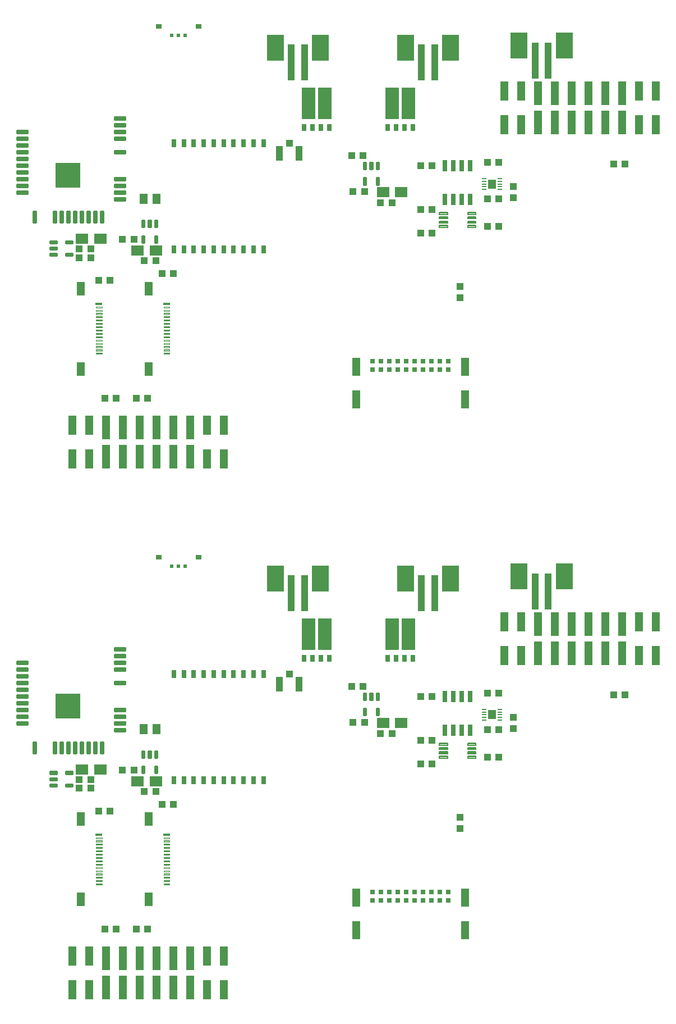
<source format=gbr>
G04 EAGLE Gerber RS-274X export*
G75*
%MOMM*%
%FSLAX34Y34*%
%LPD*%
%INSolderpaste Top*%
%IPPOS*%
%AMOC8*
5,1,8,0,0,1.08239X$1,22.5*%
G01*
%ADD10R,1.270000X3.000000*%
%ADD11R,1.270000X3.680000*%
%ADD12C,0.350000*%
%ADD13R,3.700000X3.700000*%
%ADD14R,0.635000X1.270000*%
%ADD15C,0.243678*%
%ADD16R,1.950000X1.500000*%
%ADD17R,1.050000X1.080000*%
%ADD18R,0.720000X1.780000*%
%ADD19R,1.100000X1.000000*%
%ADD20C,0.196759*%
%ADD21R,1.000000X1.100000*%
%ADD22R,0.900000X0.700000*%
%ADD23R,0.600000X0.600000*%
%ADD24R,2.082800X4.851400*%
%ADD25R,0.762000X0.990600*%
%ADD26R,1.000000X5.500000*%
%ADD27R,2.600000X4.000000*%
%ADD28C,0.120000*%
%ADD29R,1.000000X0.300000*%
%ADD30R,1.300000X2.000000*%
%ADD31R,0.800000X0.800000*%
%ADD32R,1.200000X2.700000*%
%ADD33R,0.650000X0.200000*%
%ADD34R,1.300000X1.400000*%
%ADD35R,1.050000X2.200000*%
%ADD36R,1.050000X1.000000*%
%ADD37R,1.300000X1.500000*%


D10*
X862900Y641600D03*
X888300Y641600D03*
D11*
X913700Y645000D03*
X939100Y645000D03*
X964500Y645000D03*
X989900Y645000D03*
X1015300Y645000D03*
X1040700Y645000D03*
D10*
X1066100Y641600D03*
X1091500Y641600D03*
X1091500Y692400D03*
X1066100Y692400D03*
D11*
X1040700Y689000D03*
X1015300Y689000D03*
X989900Y689000D03*
X964500Y689000D03*
X939100Y689000D03*
X913700Y689000D03*
D10*
X888300Y692400D03*
X862900Y692400D03*
X440100Y188400D03*
X414700Y188400D03*
D11*
X389300Y185000D03*
X363900Y185000D03*
X338500Y185000D03*
X313100Y185000D03*
X287700Y185000D03*
X262300Y185000D03*
D10*
X236900Y188400D03*
X211500Y188400D03*
X211500Y137600D03*
X236900Y137600D03*
D11*
X262300Y141000D03*
X287700Y141000D03*
X313100Y141000D03*
X338500Y141000D03*
X363900Y141000D03*
X389300Y141000D03*
D10*
X414700Y137600D03*
X440100Y137600D03*
D12*
X290836Y527046D02*
X275336Y527046D01*
X275336Y530546D01*
X290836Y530546D01*
X290836Y527046D01*
X290836Y530371D02*
X275336Y530371D01*
X143536Y537206D02*
X128036Y537206D01*
X128036Y540706D01*
X143536Y540706D01*
X143536Y537206D01*
X143536Y540531D02*
X128036Y540531D01*
X128036Y547366D02*
X143536Y547366D01*
X128036Y547366D02*
X128036Y550866D01*
X143536Y550866D01*
X143536Y547366D01*
X143536Y550691D02*
X128036Y550691D01*
X128036Y557526D02*
X143536Y557526D01*
X128036Y557526D02*
X128036Y561026D01*
X143536Y561026D01*
X143536Y557526D01*
X143536Y560851D02*
X128036Y560851D01*
X128036Y567686D02*
X143536Y567686D01*
X128036Y567686D02*
X128036Y571186D01*
X143536Y571186D01*
X143536Y567686D01*
X143536Y571011D02*
X128036Y571011D01*
X128036Y577846D02*
X143536Y577846D01*
X128036Y577846D02*
X128036Y581346D01*
X143536Y581346D01*
X143536Y577846D01*
X143536Y581171D02*
X128036Y581171D01*
X128036Y588006D02*
X143536Y588006D01*
X128036Y588006D02*
X128036Y591506D01*
X143536Y591506D01*
X143536Y588006D01*
X143536Y591331D02*
X128036Y591331D01*
X128036Y598166D02*
X143536Y598166D01*
X128036Y598166D02*
X128036Y601666D01*
X143536Y601666D01*
X143536Y598166D01*
X143536Y601491D02*
X128036Y601491D01*
X128036Y608326D02*
X143536Y608326D01*
X128036Y608326D02*
X128036Y611826D01*
X143536Y611826D01*
X143536Y608326D01*
X143536Y611651D02*
X128036Y611651D01*
X128036Y618486D02*
X143536Y618486D01*
X128036Y618486D02*
X128036Y621986D01*
X143536Y621986D01*
X143536Y618486D01*
X143536Y621811D02*
X128036Y621811D01*
X128036Y628646D02*
X143536Y628646D01*
X128036Y628646D02*
X128036Y632146D01*
X143536Y632146D01*
X143536Y628646D01*
X143536Y631971D02*
X128036Y631971D01*
X275336Y537206D02*
X290836Y537206D01*
X275336Y537206D02*
X275336Y540706D01*
X290836Y540706D01*
X290836Y537206D01*
X290836Y540531D02*
X275336Y540531D01*
X275336Y547366D02*
X290836Y547366D01*
X275336Y547366D02*
X275336Y550866D01*
X290836Y550866D01*
X290836Y547366D01*
X290836Y550691D02*
X275336Y550691D01*
X275336Y557526D02*
X290836Y557526D01*
X275336Y557526D02*
X275336Y561026D01*
X290836Y561026D01*
X290836Y557526D01*
X290836Y560851D02*
X275336Y560851D01*
X275336Y598166D02*
X290836Y598166D01*
X275336Y598166D02*
X275336Y601666D01*
X290836Y601666D01*
X290836Y598166D01*
X290836Y601491D02*
X275336Y601491D01*
X275336Y618486D02*
X290836Y618486D01*
X275336Y618486D02*
X275336Y621986D01*
X290836Y621986D01*
X290836Y618486D01*
X290836Y621811D02*
X275336Y621811D01*
X275336Y628646D02*
X290836Y628646D01*
X275336Y628646D02*
X275336Y632146D01*
X290836Y632146D01*
X290836Y628646D01*
X290836Y631971D02*
X275336Y631971D01*
X275336Y638806D02*
X290836Y638806D01*
X275336Y638806D02*
X275336Y642306D01*
X290836Y642306D01*
X290836Y638806D01*
X290836Y642131D02*
X275336Y642131D01*
X275336Y648966D02*
X290836Y648966D01*
X275336Y648966D02*
X275336Y652466D01*
X290836Y652466D01*
X290836Y648966D01*
X290836Y652291D02*
X275336Y652291D01*
X156536Y509846D02*
X156536Y494346D01*
X153036Y494346D01*
X153036Y509846D01*
X156536Y509846D01*
X156536Y497671D02*
X153036Y497671D01*
X153036Y500996D02*
X156536Y500996D01*
X156536Y504321D02*
X153036Y504321D01*
X153036Y507646D02*
X156536Y507646D01*
X187016Y509846D02*
X187016Y494346D01*
X183516Y494346D01*
X183516Y509846D01*
X187016Y509846D01*
X187016Y497671D02*
X183516Y497671D01*
X183516Y500996D02*
X187016Y500996D01*
X187016Y504321D02*
X183516Y504321D01*
X183516Y507646D02*
X187016Y507646D01*
X197176Y509846D02*
X197176Y494346D01*
X193676Y494346D01*
X193676Y509846D01*
X197176Y509846D01*
X197176Y497671D02*
X193676Y497671D01*
X193676Y500996D02*
X197176Y500996D01*
X197176Y504321D02*
X193676Y504321D01*
X193676Y507646D02*
X197176Y507646D01*
X207336Y509846D02*
X207336Y494346D01*
X203836Y494346D01*
X203836Y509846D01*
X207336Y509846D01*
X207336Y497671D02*
X203836Y497671D01*
X203836Y500996D02*
X207336Y500996D01*
X207336Y504321D02*
X203836Y504321D01*
X203836Y507646D02*
X207336Y507646D01*
X217496Y509846D02*
X217496Y494346D01*
X213996Y494346D01*
X213996Y509846D01*
X217496Y509846D01*
X217496Y497671D02*
X213996Y497671D01*
X213996Y500996D02*
X217496Y500996D01*
X217496Y504321D02*
X213996Y504321D01*
X213996Y507646D02*
X217496Y507646D01*
X227656Y509846D02*
X227656Y494346D01*
X224156Y494346D01*
X224156Y509846D01*
X227656Y509846D01*
X227656Y497671D02*
X224156Y497671D01*
X224156Y500996D02*
X227656Y500996D01*
X227656Y504321D02*
X224156Y504321D01*
X224156Y507646D02*
X227656Y507646D01*
X237816Y509846D02*
X237816Y494346D01*
X234316Y494346D01*
X234316Y509846D01*
X237816Y509846D01*
X237816Y497671D02*
X234316Y497671D01*
X234316Y500996D02*
X237816Y500996D01*
X237816Y504321D02*
X234316Y504321D01*
X234316Y507646D02*
X237816Y507646D01*
X247976Y509846D02*
X247976Y494346D01*
X244476Y494346D01*
X244476Y509846D01*
X247976Y509846D01*
X247976Y497671D02*
X244476Y497671D01*
X244476Y500996D02*
X247976Y500996D01*
X247976Y504321D02*
X244476Y504321D01*
X244476Y507646D02*
X247976Y507646D01*
X258136Y509846D02*
X258136Y494346D01*
X254636Y494346D01*
X254636Y509846D01*
X258136Y509846D01*
X258136Y497671D02*
X254636Y497671D01*
X254636Y500996D02*
X258136Y500996D01*
X258136Y504321D02*
X254636Y504321D01*
X254636Y507646D02*
X258136Y507646D01*
D13*
X204586Y564796D03*
D14*
X364512Y453260D03*
X379512Y453260D03*
X394512Y453260D03*
X409512Y453260D03*
X424512Y453260D03*
X439512Y453260D03*
X454512Y453260D03*
X469512Y453260D03*
X484512Y453260D03*
X499512Y453260D03*
X499512Y613260D03*
X484512Y613260D03*
X469512Y613260D03*
X454512Y613260D03*
X439512Y613260D03*
X424512Y613260D03*
X409512Y613260D03*
X394512Y613260D03*
X379512Y613260D03*
X364512Y613260D03*
D15*
X335256Y497577D02*
X335256Y487395D01*
X335256Y497577D02*
X338912Y497577D01*
X338912Y487395D01*
X335256Y487395D01*
X335256Y489710D02*
X338912Y489710D01*
X338912Y492025D02*
X335256Y492025D01*
X335256Y494340D02*
X338912Y494340D01*
X338912Y496655D02*
X335256Y496655D01*
X325756Y497577D02*
X325756Y487395D01*
X325756Y497577D02*
X329412Y497577D01*
X329412Y487395D01*
X325756Y487395D01*
X325756Y489710D02*
X329412Y489710D01*
X329412Y492025D02*
X325756Y492025D01*
X325756Y494340D02*
X329412Y494340D01*
X329412Y496655D02*
X325756Y496655D01*
X316256Y497577D02*
X316256Y487395D01*
X316256Y497577D02*
X319912Y497577D01*
X319912Y487395D01*
X316256Y487395D01*
X316256Y489710D02*
X319912Y489710D01*
X319912Y492025D02*
X316256Y492025D01*
X316256Y494340D02*
X319912Y494340D01*
X319912Y496655D02*
X316256Y496655D01*
X316256Y474077D02*
X316256Y463895D01*
X316256Y474077D02*
X319912Y474077D01*
X319912Y463895D01*
X316256Y463895D01*
X316256Y466210D02*
X319912Y466210D01*
X319912Y468525D02*
X316256Y468525D01*
X316256Y470840D02*
X319912Y470840D01*
X319912Y473155D02*
X316256Y473155D01*
X335256Y474077D02*
X335256Y463895D01*
X335256Y474077D02*
X338912Y474077D01*
X338912Y463895D01*
X335256Y463895D01*
X335256Y466210D02*
X338912Y466210D01*
X338912Y468525D02*
X335256Y468525D01*
X335256Y470840D02*
X338912Y470840D01*
X338912Y473155D02*
X335256Y473155D01*
X187777Y462768D02*
X177595Y462768D01*
X177595Y466424D01*
X187777Y466424D01*
X187777Y462768D01*
X187777Y465083D02*
X177595Y465083D01*
X177595Y453268D02*
X187777Y453268D01*
X177595Y453268D02*
X177595Y456924D01*
X187777Y456924D01*
X187777Y453268D01*
X187777Y455583D02*
X177595Y455583D01*
X177595Y443768D02*
X187777Y443768D01*
X177595Y443768D02*
X177595Y447424D01*
X187777Y447424D01*
X187777Y443768D01*
X187777Y446083D02*
X177595Y446083D01*
X201095Y443768D02*
X211277Y443768D01*
X201095Y443768D02*
X201095Y447424D01*
X211277Y447424D01*
X211277Y443768D01*
X211277Y446083D02*
X201095Y446083D01*
X201095Y462768D02*
X211277Y462768D01*
X201095Y462768D02*
X201095Y466424D01*
X211277Y466424D01*
X211277Y462768D01*
X211277Y465083D02*
X201095Y465083D01*
D16*
X225686Y469096D03*
X253186Y469096D03*
X337334Y451736D03*
X309834Y451736D03*
D17*
X221686Y441096D03*
X239186Y441096D03*
X304334Y468736D03*
X286834Y468736D03*
X221686Y454096D03*
X239186Y454096D03*
X337334Y436736D03*
X319834Y436736D03*
D18*
X773750Y528348D03*
X773750Y579212D03*
X786450Y528348D03*
X799150Y528348D03*
X786450Y579212D03*
X799150Y579212D03*
X811850Y528348D03*
X811850Y579212D03*
D19*
X737310Y477580D03*
X754310Y477580D03*
X737310Y513140D03*
X754310Y513140D03*
D20*
X765225Y506175D02*
X777375Y506175D01*
X765225Y506175D02*
X765225Y509125D01*
X777375Y509125D01*
X777375Y506175D01*
X777375Y508045D02*
X765225Y508045D01*
X765225Y499675D02*
X777375Y499675D01*
X765225Y499675D02*
X765225Y502625D01*
X777375Y502625D01*
X777375Y499675D01*
X777375Y501545D02*
X765225Y501545D01*
X765225Y493175D02*
X777375Y493175D01*
X765225Y493175D02*
X765225Y496125D01*
X777375Y496125D01*
X777375Y493175D01*
X777375Y495045D02*
X765225Y495045D01*
X765225Y486675D02*
X777375Y486675D01*
X765225Y486675D02*
X765225Y489625D01*
X777375Y489625D01*
X777375Y486675D01*
X777375Y488545D02*
X765225Y488545D01*
X808225Y486675D02*
X820375Y486675D01*
X808225Y486675D02*
X808225Y489625D01*
X820375Y489625D01*
X820375Y486675D01*
X820375Y488545D02*
X808225Y488545D01*
X808225Y493175D02*
X820375Y493175D01*
X808225Y493175D02*
X808225Y496125D01*
X820375Y496125D01*
X820375Y493175D01*
X820375Y495045D02*
X808225Y495045D01*
X808225Y499675D02*
X820375Y499675D01*
X808225Y499675D02*
X808225Y502625D01*
X820375Y502625D01*
X820375Y499675D01*
X820375Y501545D02*
X808225Y501545D01*
X808225Y506175D02*
X820375Y506175D01*
X808225Y506175D02*
X808225Y509125D01*
X820375Y509125D01*
X820375Y506175D01*
X820375Y508045D02*
X808225Y508045D01*
D19*
X837640Y487740D03*
X854640Y487740D03*
X754310Y579180D03*
X737310Y579180D03*
X837640Y584260D03*
X854640Y584260D03*
X854640Y529650D03*
X837640Y529650D03*
D21*
X876620Y548310D03*
X876620Y531310D03*
D15*
X669692Y574667D02*
X669692Y584849D01*
X673348Y584849D01*
X673348Y574667D01*
X669692Y574667D01*
X669692Y576982D02*
X673348Y576982D01*
X673348Y579297D02*
X669692Y579297D01*
X669692Y581612D02*
X673348Y581612D01*
X673348Y583927D02*
X669692Y583927D01*
X660192Y584849D02*
X660192Y574667D01*
X660192Y584849D02*
X663848Y584849D01*
X663848Y574667D01*
X660192Y574667D01*
X660192Y576982D02*
X663848Y576982D01*
X663848Y579297D02*
X660192Y579297D01*
X660192Y581612D02*
X663848Y581612D01*
X663848Y583927D02*
X660192Y583927D01*
X650692Y584849D02*
X650692Y574667D01*
X650692Y584849D02*
X654348Y584849D01*
X654348Y574667D01*
X650692Y574667D01*
X650692Y576982D02*
X654348Y576982D01*
X654348Y579297D02*
X650692Y579297D01*
X650692Y581612D02*
X654348Y581612D01*
X654348Y583927D02*
X650692Y583927D01*
X650692Y561349D02*
X650692Y551167D01*
X650692Y561349D02*
X654348Y561349D01*
X654348Y551167D01*
X650692Y551167D01*
X650692Y553482D02*
X654348Y553482D01*
X654348Y555797D02*
X650692Y555797D01*
X650692Y558112D02*
X654348Y558112D01*
X654348Y560427D02*
X650692Y560427D01*
X669692Y561349D02*
X669692Y551167D01*
X669692Y561349D02*
X673348Y561349D01*
X673348Y551167D01*
X669692Y551167D01*
X669692Y553482D02*
X673348Y553482D01*
X673348Y555797D02*
X669692Y555797D01*
X669692Y558112D02*
X673348Y558112D01*
X673348Y560427D02*
X669692Y560427D01*
D16*
X680094Y539984D03*
X707594Y539984D03*
D17*
X652346Y540364D03*
X634846Y540364D03*
X676078Y523636D03*
X693578Y523636D03*
D22*
X401436Y789176D03*
X341436Y789176D03*
D23*
X371436Y775626D03*
X381436Y775626D03*
X361436Y775626D03*
D19*
X632560Y594816D03*
X649560Y594816D03*
D24*
X567298Y673833D03*
X592190Y673833D03*
D25*
X573394Y637257D03*
X560694Y637257D03*
X586094Y637257D03*
X598794Y637257D03*
D24*
X693686Y673833D03*
X718578Y673833D03*
D25*
X699782Y637257D03*
X687082Y637257D03*
X712482Y637257D03*
X725182Y637257D03*
D26*
X757760Y735000D03*
X737760Y735000D03*
D27*
X781760Y757500D03*
X713760Y757500D03*
D26*
X561500Y735000D03*
X541500Y735000D03*
D27*
X585500Y757500D03*
X517500Y757500D03*
D28*
X246916Y337352D02*
X246916Y335552D01*
X246916Y337352D02*
X255716Y337352D01*
X255716Y335552D01*
X246916Y335552D01*
X246916Y336692D02*
X255716Y336692D01*
X246916Y332352D02*
X246916Y330552D01*
X246916Y332352D02*
X255716Y332352D01*
X255716Y330552D01*
X246916Y330552D01*
X246916Y331692D02*
X255716Y331692D01*
X246916Y340552D02*
X246916Y342352D01*
X255716Y342352D01*
X255716Y340552D01*
X246916Y340552D01*
X246916Y341692D02*
X255716Y341692D01*
X246916Y345552D02*
X246916Y347352D01*
X255716Y347352D01*
X255716Y345552D01*
X246916Y345552D01*
X246916Y346692D02*
X255716Y346692D01*
X246916Y350552D02*
X246916Y352352D01*
X255716Y352352D01*
X255716Y350552D01*
X246916Y350552D01*
X246916Y351692D02*
X255716Y351692D01*
X246916Y355552D02*
X246916Y357352D01*
X255716Y357352D01*
X255716Y355552D01*
X246916Y355552D01*
X246916Y356692D02*
X255716Y356692D01*
X246916Y360552D02*
X246916Y362352D01*
X255716Y362352D01*
X255716Y360552D01*
X246916Y360552D01*
X246916Y361692D02*
X255716Y361692D01*
X246916Y365552D02*
X246916Y367352D01*
X255716Y367352D01*
X255716Y365552D01*
X246916Y365552D01*
X246916Y366692D02*
X255716Y366692D01*
D29*
X251316Y371452D03*
D28*
X246916Y327352D02*
X246916Y325552D01*
X246916Y327352D02*
X255716Y327352D01*
X255716Y325552D01*
X246916Y325552D01*
X246916Y326692D02*
X255716Y326692D01*
X246916Y322352D02*
X246916Y320552D01*
X246916Y322352D02*
X255716Y322352D01*
X255716Y320552D01*
X246916Y320552D01*
X246916Y321692D02*
X255716Y321692D01*
X246916Y317352D02*
X246916Y315552D01*
X246916Y317352D02*
X255716Y317352D01*
X255716Y315552D01*
X246916Y315552D01*
X246916Y316692D02*
X255716Y316692D01*
X246916Y312352D02*
X246916Y310552D01*
X246916Y312352D02*
X255716Y312352D01*
X255716Y310552D01*
X246916Y310552D01*
X246916Y311692D02*
X255716Y311692D01*
X246916Y307352D02*
X246916Y305552D01*
X246916Y307352D02*
X255716Y307352D01*
X255716Y305552D01*
X246916Y305552D01*
X246916Y306692D02*
X255716Y306692D01*
X246916Y302352D02*
X246916Y300552D01*
X246916Y302352D02*
X255716Y302352D01*
X255716Y300552D01*
X246916Y300552D01*
X246916Y301692D02*
X255716Y301692D01*
X246916Y297352D02*
X246916Y295552D01*
X246916Y297352D02*
X255716Y297352D01*
X255716Y295552D01*
X246916Y295552D01*
X246916Y296692D02*
X255716Y296692D01*
D30*
X224316Y273452D03*
X224316Y394452D03*
D28*
X349024Y337352D02*
X349024Y335552D01*
X349024Y337352D02*
X357824Y337352D01*
X357824Y335552D01*
X349024Y335552D01*
X349024Y336692D02*
X357824Y336692D01*
X349024Y332352D02*
X349024Y330552D01*
X349024Y332352D02*
X357824Y332352D01*
X357824Y330552D01*
X349024Y330552D01*
X349024Y331692D02*
X357824Y331692D01*
X349024Y340552D02*
X349024Y342352D01*
X357824Y342352D01*
X357824Y340552D01*
X349024Y340552D01*
X349024Y341692D02*
X357824Y341692D01*
X349024Y345552D02*
X349024Y347352D01*
X357824Y347352D01*
X357824Y345552D01*
X349024Y345552D01*
X349024Y346692D02*
X357824Y346692D01*
X349024Y350552D02*
X349024Y352352D01*
X357824Y352352D01*
X357824Y350552D01*
X349024Y350552D01*
X349024Y351692D02*
X357824Y351692D01*
X349024Y355552D02*
X349024Y357352D01*
X357824Y357352D01*
X357824Y355552D01*
X349024Y355552D01*
X349024Y356692D02*
X357824Y356692D01*
X349024Y360552D02*
X349024Y362352D01*
X357824Y362352D01*
X357824Y360552D01*
X349024Y360552D01*
X349024Y361692D02*
X357824Y361692D01*
X349024Y365552D02*
X349024Y367352D01*
X357824Y367352D01*
X357824Y365552D01*
X349024Y365552D01*
X349024Y366692D02*
X357824Y366692D01*
D29*
X353424Y371452D03*
D28*
X349024Y327352D02*
X349024Y325552D01*
X349024Y327352D02*
X357824Y327352D01*
X357824Y325552D01*
X349024Y325552D01*
X349024Y326692D02*
X357824Y326692D01*
X349024Y322352D02*
X349024Y320552D01*
X349024Y322352D02*
X357824Y322352D01*
X357824Y320552D01*
X349024Y320552D01*
X349024Y321692D02*
X357824Y321692D01*
X349024Y317352D02*
X349024Y315552D01*
X349024Y317352D02*
X357824Y317352D01*
X357824Y315552D01*
X349024Y315552D01*
X349024Y316692D02*
X357824Y316692D01*
X349024Y312352D02*
X349024Y310552D01*
X349024Y312352D02*
X357824Y312352D01*
X357824Y310552D01*
X349024Y310552D01*
X349024Y311692D02*
X357824Y311692D01*
X349024Y307352D02*
X349024Y305552D01*
X349024Y307352D02*
X357824Y307352D01*
X357824Y305552D01*
X349024Y305552D01*
X349024Y306692D02*
X357824Y306692D01*
X349024Y302352D02*
X349024Y300552D01*
X349024Y302352D02*
X357824Y302352D01*
X357824Y300552D01*
X349024Y300552D01*
X349024Y301692D02*
X357824Y301692D01*
X349024Y297352D02*
X349024Y295552D01*
X349024Y297352D02*
X357824Y297352D01*
X357824Y295552D01*
X349024Y295552D01*
X349024Y296692D02*
X357824Y296692D01*
D30*
X326424Y273452D03*
X326424Y394452D03*
D31*
X664350Y284700D03*
X677050Y284700D03*
X689750Y284700D03*
X702450Y284700D03*
X715150Y284700D03*
X727850Y284700D03*
X740550Y284700D03*
X753250Y284700D03*
X765950Y284700D03*
X778650Y284700D03*
X778650Y272000D03*
X765950Y272000D03*
X753250Y272000D03*
X740550Y272000D03*
X727850Y272000D03*
X715150Y272000D03*
X702450Y272000D03*
X689750Y272000D03*
X677050Y272000D03*
X664350Y272000D03*
D32*
X639400Y227500D03*
X803600Y227500D03*
X803600Y276500D03*
X639400Y276500D03*
D33*
X832250Y560000D03*
X832250Y556000D03*
X832250Y552000D03*
X832250Y548000D03*
X832250Y544000D03*
X856750Y544000D03*
X856750Y548000D03*
X856750Y552000D03*
X856750Y556000D03*
X856750Y560000D03*
D34*
X844500Y552000D03*
D35*
X553250Y598000D03*
X523750Y598000D03*
D36*
X538500Y613250D03*
D37*
X319000Y530000D03*
X338000Y530000D03*
D19*
X268000Y407000D03*
X251000Y407000D03*
X364000Y417000D03*
X347000Y417000D03*
X1028000Y582000D03*
X1045000Y582000D03*
X308000Y229000D03*
X325000Y229000D03*
X277000Y229000D03*
X260000Y229000D03*
D26*
X929500Y738000D03*
X909500Y738000D03*
D27*
X953500Y760500D03*
X885500Y760500D03*
D21*
X796500Y380500D03*
X796500Y397500D03*
D10*
X862900Y1441600D03*
X888300Y1441600D03*
D11*
X913700Y1445000D03*
X939100Y1445000D03*
X964500Y1445000D03*
X989900Y1445000D03*
X1015300Y1445000D03*
X1040700Y1445000D03*
D10*
X1066100Y1441600D03*
X1091500Y1441600D03*
X1091500Y1492400D03*
X1066100Y1492400D03*
D11*
X1040700Y1489000D03*
X1015300Y1489000D03*
X989900Y1489000D03*
X964500Y1489000D03*
X939100Y1489000D03*
X913700Y1489000D03*
D10*
X888300Y1492400D03*
X862900Y1492400D03*
X440100Y988400D03*
X414700Y988400D03*
D11*
X389300Y985000D03*
X363900Y985000D03*
X338500Y985000D03*
X313100Y985000D03*
X287700Y985000D03*
X262300Y985000D03*
D10*
X236900Y988400D03*
X211500Y988400D03*
X211500Y937600D03*
X236900Y937600D03*
D11*
X262300Y941000D03*
X287700Y941000D03*
X313100Y941000D03*
X338500Y941000D03*
X363900Y941000D03*
X389300Y941000D03*
D10*
X414700Y937600D03*
X440100Y937600D03*
D12*
X290836Y1327046D02*
X275336Y1327046D01*
X275336Y1330546D01*
X290836Y1330546D01*
X290836Y1327046D01*
X290836Y1330371D02*
X275336Y1330371D01*
X143536Y1337206D02*
X128036Y1337206D01*
X128036Y1340706D01*
X143536Y1340706D01*
X143536Y1337206D01*
X143536Y1340531D02*
X128036Y1340531D01*
X128036Y1347366D02*
X143536Y1347366D01*
X128036Y1347366D02*
X128036Y1350866D01*
X143536Y1350866D01*
X143536Y1347366D01*
X143536Y1350691D02*
X128036Y1350691D01*
X128036Y1357526D02*
X143536Y1357526D01*
X128036Y1357526D02*
X128036Y1361026D01*
X143536Y1361026D01*
X143536Y1357526D01*
X143536Y1360851D02*
X128036Y1360851D01*
X128036Y1367686D02*
X143536Y1367686D01*
X128036Y1367686D02*
X128036Y1371186D01*
X143536Y1371186D01*
X143536Y1367686D01*
X143536Y1371011D02*
X128036Y1371011D01*
X128036Y1377846D02*
X143536Y1377846D01*
X128036Y1377846D02*
X128036Y1381346D01*
X143536Y1381346D01*
X143536Y1377846D01*
X143536Y1381171D02*
X128036Y1381171D01*
X128036Y1388006D02*
X143536Y1388006D01*
X128036Y1388006D02*
X128036Y1391506D01*
X143536Y1391506D01*
X143536Y1388006D01*
X143536Y1391331D02*
X128036Y1391331D01*
X128036Y1398166D02*
X143536Y1398166D01*
X128036Y1398166D02*
X128036Y1401666D01*
X143536Y1401666D01*
X143536Y1398166D01*
X143536Y1401491D02*
X128036Y1401491D01*
X128036Y1408326D02*
X143536Y1408326D01*
X128036Y1408326D02*
X128036Y1411826D01*
X143536Y1411826D01*
X143536Y1408326D01*
X143536Y1411651D02*
X128036Y1411651D01*
X128036Y1418486D02*
X143536Y1418486D01*
X128036Y1418486D02*
X128036Y1421986D01*
X143536Y1421986D01*
X143536Y1418486D01*
X143536Y1421811D02*
X128036Y1421811D01*
X128036Y1428646D02*
X143536Y1428646D01*
X128036Y1428646D02*
X128036Y1432146D01*
X143536Y1432146D01*
X143536Y1428646D01*
X143536Y1431971D02*
X128036Y1431971D01*
X275336Y1337206D02*
X290836Y1337206D01*
X275336Y1337206D02*
X275336Y1340706D01*
X290836Y1340706D01*
X290836Y1337206D01*
X290836Y1340531D02*
X275336Y1340531D01*
X275336Y1347366D02*
X290836Y1347366D01*
X275336Y1347366D02*
X275336Y1350866D01*
X290836Y1350866D01*
X290836Y1347366D01*
X290836Y1350691D02*
X275336Y1350691D01*
X275336Y1357526D02*
X290836Y1357526D01*
X275336Y1357526D02*
X275336Y1361026D01*
X290836Y1361026D01*
X290836Y1357526D01*
X290836Y1360851D02*
X275336Y1360851D01*
X275336Y1398166D02*
X290836Y1398166D01*
X275336Y1398166D02*
X275336Y1401666D01*
X290836Y1401666D01*
X290836Y1398166D01*
X290836Y1401491D02*
X275336Y1401491D01*
X275336Y1418486D02*
X290836Y1418486D01*
X275336Y1418486D02*
X275336Y1421986D01*
X290836Y1421986D01*
X290836Y1418486D01*
X290836Y1421811D02*
X275336Y1421811D01*
X275336Y1428646D02*
X290836Y1428646D01*
X275336Y1428646D02*
X275336Y1432146D01*
X290836Y1432146D01*
X290836Y1428646D01*
X290836Y1431971D02*
X275336Y1431971D01*
X275336Y1438806D02*
X290836Y1438806D01*
X275336Y1438806D02*
X275336Y1442306D01*
X290836Y1442306D01*
X290836Y1438806D01*
X290836Y1442131D02*
X275336Y1442131D01*
X275336Y1448966D02*
X290836Y1448966D01*
X275336Y1448966D02*
X275336Y1452466D01*
X290836Y1452466D01*
X290836Y1448966D01*
X290836Y1452291D02*
X275336Y1452291D01*
X156536Y1309846D02*
X156536Y1294346D01*
X153036Y1294346D01*
X153036Y1309846D01*
X156536Y1309846D01*
X156536Y1297671D02*
X153036Y1297671D01*
X153036Y1300996D02*
X156536Y1300996D01*
X156536Y1304321D02*
X153036Y1304321D01*
X153036Y1307646D02*
X156536Y1307646D01*
X187016Y1309846D02*
X187016Y1294346D01*
X183516Y1294346D01*
X183516Y1309846D01*
X187016Y1309846D01*
X187016Y1297671D02*
X183516Y1297671D01*
X183516Y1300996D02*
X187016Y1300996D01*
X187016Y1304321D02*
X183516Y1304321D01*
X183516Y1307646D02*
X187016Y1307646D01*
X197176Y1309846D02*
X197176Y1294346D01*
X193676Y1294346D01*
X193676Y1309846D01*
X197176Y1309846D01*
X197176Y1297671D02*
X193676Y1297671D01*
X193676Y1300996D02*
X197176Y1300996D01*
X197176Y1304321D02*
X193676Y1304321D01*
X193676Y1307646D02*
X197176Y1307646D01*
X207336Y1309846D02*
X207336Y1294346D01*
X203836Y1294346D01*
X203836Y1309846D01*
X207336Y1309846D01*
X207336Y1297671D02*
X203836Y1297671D01*
X203836Y1300996D02*
X207336Y1300996D01*
X207336Y1304321D02*
X203836Y1304321D01*
X203836Y1307646D02*
X207336Y1307646D01*
X217496Y1309846D02*
X217496Y1294346D01*
X213996Y1294346D01*
X213996Y1309846D01*
X217496Y1309846D01*
X217496Y1297671D02*
X213996Y1297671D01*
X213996Y1300996D02*
X217496Y1300996D01*
X217496Y1304321D02*
X213996Y1304321D01*
X213996Y1307646D02*
X217496Y1307646D01*
X227656Y1309846D02*
X227656Y1294346D01*
X224156Y1294346D01*
X224156Y1309846D01*
X227656Y1309846D01*
X227656Y1297671D02*
X224156Y1297671D01*
X224156Y1300996D02*
X227656Y1300996D01*
X227656Y1304321D02*
X224156Y1304321D01*
X224156Y1307646D02*
X227656Y1307646D01*
X237816Y1309846D02*
X237816Y1294346D01*
X234316Y1294346D01*
X234316Y1309846D01*
X237816Y1309846D01*
X237816Y1297671D02*
X234316Y1297671D01*
X234316Y1300996D02*
X237816Y1300996D01*
X237816Y1304321D02*
X234316Y1304321D01*
X234316Y1307646D02*
X237816Y1307646D01*
X247976Y1309846D02*
X247976Y1294346D01*
X244476Y1294346D01*
X244476Y1309846D01*
X247976Y1309846D01*
X247976Y1297671D02*
X244476Y1297671D01*
X244476Y1300996D02*
X247976Y1300996D01*
X247976Y1304321D02*
X244476Y1304321D01*
X244476Y1307646D02*
X247976Y1307646D01*
X258136Y1309846D02*
X258136Y1294346D01*
X254636Y1294346D01*
X254636Y1309846D01*
X258136Y1309846D01*
X258136Y1297671D02*
X254636Y1297671D01*
X254636Y1300996D02*
X258136Y1300996D01*
X258136Y1304321D02*
X254636Y1304321D01*
X254636Y1307646D02*
X258136Y1307646D01*
D13*
X204586Y1364796D03*
D14*
X364512Y1253260D03*
X379512Y1253260D03*
X394512Y1253260D03*
X409512Y1253260D03*
X424512Y1253260D03*
X439512Y1253260D03*
X454512Y1253260D03*
X469512Y1253260D03*
X484512Y1253260D03*
X499512Y1253260D03*
X499512Y1413260D03*
X484512Y1413260D03*
X469512Y1413260D03*
X454512Y1413260D03*
X439512Y1413260D03*
X424512Y1413260D03*
X409512Y1413260D03*
X394512Y1413260D03*
X379512Y1413260D03*
X364512Y1413260D03*
D15*
X335256Y1297577D02*
X335256Y1287395D01*
X335256Y1297577D02*
X338912Y1297577D01*
X338912Y1287395D01*
X335256Y1287395D01*
X335256Y1289710D02*
X338912Y1289710D01*
X338912Y1292025D02*
X335256Y1292025D01*
X335256Y1294340D02*
X338912Y1294340D01*
X338912Y1296655D02*
X335256Y1296655D01*
X325756Y1297577D02*
X325756Y1287395D01*
X325756Y1297577D02*
X329412Y1297577D01*
X329412Y1287395D01*
X325756Y1287395D01*
X325756Y1289710D02*
X329412Y1289710D01*
X329412Y1292025D02*
X325756Y1292025D01*
X325756Y1294340D02*
X329412Y1294340D01*
X329412Y1296655D02*
X325756Y1296655D01*
X316256Y1297577D02*
X316256Y1287395D01*
X316256Y1297577D02*
X319912Y1297577D01*
X319912Y1287395D01*
X316256Y1287395D01*
X316256Y1289710D02*
X319912Y1289710D01*
X319912Y1292025D02*
X316256Y1292025D01*
X316256Y1294340D02*
X319912Y1294340D01*
X319912Y1296655D02*
X316256Y1296655D01*
X316256Y1274077D02*
X316256Y1263895D01*
X316256Y1274077D02*
X319912Y1274077D01*
X319912Y1263895D01*
X316256Y1263895D01*
X316256Y1266210D02*
X319912Y1266210D01*
X319912Y1268525D02*
X316256Y1268525D01*
X316256Y1270840D02*
X319912Y1270840D01*
X319912Y1273155D02*
X316256Y1273155D01*
X335256Y1274077D02*
X335256Y1263895D01*
X335256Y1274077D02*
X338912Y1274077D01*
X338912Y1263895D01*
X335256Y1263895D01*
X335256Y1266210D02*
X338912Y1266210D01*
X338912Y1268525D02*
X335256Y1268525D01*
X335256Y1270840D02*
X338912Y1270840D01*
X338912Y1273155D02*
X335256Y1273155D01*
X187777Y1262768D02*
X177595Y1262768D01*
X177595Y1266424D01*
X187777Y1266424D01*
X187777Y1262768D01*
X187777Y1265083D02*
X177595Y1265083D01*
X177595Y1253268D02*
X187777Y1253268D01*
X177595Y1253268D02*
X177595Y1256924D01*
X187777Y1256924D01*
X187777Y1253268D01*
X187777Y1255583D02*
X177595Y1255583D01*
X177595Y1243768D02*
X187777Y1243768D01*
X177595Y1243768D02*
X177595Y1247424D01*
X187777Y1247424D01*
X187777Y1243768D01*
X187777Y1246083D02*
X177595Y1246083D01*
X201095Y1243768D02*
X211277Y1243768D01*
X201095Y1243768D02*
X201095Y1247424D01*
X211277Y1247424D01*
X211277Y1243768D01*
X211277Y1246083D02*
X201095Y1246083D01*
X201095Y1262768D02*
X211277Y1262768D01*
X201095Y1262768D02*
X201095Y1266424D01*
X211277Y1266424D01*
X211277Y1262768D01*
X211277Y1265083D02*
X201095Y1265083D01*
D16*
X225686Y1269096D03*
X253186Y1269096D03*
X337334Y1251736D03*
X309834Y1251736D03*
D17*
X221686Y1241096D03*
X239186Y1241096D03*
X304334Y1268736D03*
X286834Y1268736D03*
X221686Y1254096D03*
X239186Y1254096D03*
X337334Y1236736D03*
X319834Y1236736D03*
D18*
X773750Y1328348D03*
X773750Y1379212D03*
X786450Y1328348D03*
X799150Y1328348D03*
X786450Y1379212D03*
X799150Y1379212D03*
X811850Y1328348D03*
X811850Y1379212D03*
D19*
X737310Y1277580D03*
X754310Y1277580D03*
X737310Y1313140D03*
X754310Y1313140D03*
D20*
X765225Y1306175D02*
X777375Y1306175D01*
X765225Y1306175D02*
X765225Y1309125D01*
X777375Y1309125D01*
X777375Y1306175D01*
X777375Y1308045D02*
X765225Y1308045D01*
X765225Y1299675D02*
X777375Y1299675D01*
X765225Y1299675D02*
X765225Y1302625D01*
X777375Y1302625D01*
X777375Y1299675D01*
X777375Y1301545D02*
X765225Y1301545D01*
X765225Y1293175D02*
X777375Y1293175D01*
X765225Y1293175D02*
X765225Y1296125D01*
X777375Y1296125D01*
X777375Y1293175D01*
X777375Y1295045D02*
X765225Y1295045D01*
X765225Y1286675D02*
X777375Y1286675D01*
X765225Y1286675D02*
X765225Y1289625D01*
X777375Y1289625D01*
X777375Y1286675D01*
X777375Y1288545D02*
X765225Y1288545D01*
X808225Y1286675D02*
X820375Y1286675D01*
X808225Y1286675D02*
X808225Y1289625D01*
X820375Y1289625D01*
X820375Y1286675D01*
X820375Y1288545D02*
X808225Y1288545D01*
X808225Y1293175D02*
X820375Y1293175D01*
X808225Y1293175D02*
X808225Y1296125D01*
X820375Y1296125D01*
X820375Y1293175D01*
X820375Y1295045D02*
X808225Y1295045D01*
X808225Y1299675D02*
X820375Y1299675D01*
X808225Y1299675D02*
X808225Y1302625D01*
X820375Y1302625D01*
X820375Y1299675D01*
X820375Y1301545D02*
X808225Y1301545D01*
X808225Y1306175D02*
X820375Y1306175D01*
X808225Y1306175D02*
X808225Y1309125D01*
X820375Y1309125D01*
X820375Y1306175D01*
X820375Y1308045D02*
X808225Y1308045D01*
D19*
X837640Y1287740D03*
X854640Y1287740D03*
X754310Y1379180D03*
X737310Y1379180D03*
X837640Y1384260D03*
X854640Y1384260D03*
X854640Y1329650D03*
X837640Y1329650D03*
D21*
X876620Y1348310D03*
X876620Y1331310D03*
D15*
X669692Y1374667D02*
X669692Y1384849D01*
X673348Y1384849D01*
X673348Y1374667D01*
X669692Y1374667D01*
X669692Y1376982D02*
X673348Y1376982D01*
X673348Y1379297D02*
X669692Y1379297D01*
X669692Y1381612D02*
X673348Y1381612D01*
X673348Y1383927D02*
X669692Y1383927D01*
X660192Y1384849D02*
X660192Y1374667D01*
X660192Y1384849D02*
X663848Y1384849D01*
X663848Y1374667D01*
X660192Y1374667D01*
X660192Y1376982D02*
X663848Y1376982D01*
X663848Y1379297D02*
X660192Y1379297D01*
X660192Y1381612D02*
X663848Y1381612D01*
X663848Y1383927D02*
X660192Y1383927D01*
X650692Y1384849D02*
X650692Y1374667D01*
X650692Y1384849D02*
X654348Y1384849D01*
X654348Y1374667D01*
X650692Y1374667D01*
X650692Y1376982D02*
X654348Y1376982D01*
X654348Y1379297D02*
X650692Y1379297D01*
X650692Y1381612D02*
X654348Y1381612D01*
X654348Y1383927D02*
X650692Y1383927D01*
X650692Y1361349D02*
X650692Y1351167D01*
X650692Y1361349D02*
X654348Y1361349D01*
X654348Y1351167D01*
X650692Y1351167D01*
X650692Y1353482D02*
X654348Y1353482D01*
X654348Y1355797D02*
X650692Y1355797D01*
X650692Y1358112D02*
X654348Y1358112D01*
X654348Y1360427D02*
X650692Y1360427D01*
X669692Y1361349D02*
X669692Y1351167D01*
X669692Y1361349D02*
X673348Y1361349D01*
X673348Y1351167D01*
X669692Y1351167D01*
X669692Y1353482D02*
X673348Y1353482D01*
X673348Y1355797D02*
X669692Y1355797D01*
X669692Y1358112D02*
X673348Y1358112D01*
X673348Y1360427D02*
X669692Y1360427D01*
D16*
X680094Y1339984D03*
X707594Y1339984D03*
D17*
X652346Y1340364D03*
X634846Y1340364D03*
X676078Y1323636D03*
X693578Y1323636D03*
D22*
X401436Y1589176D03*
X341436Y1589176D03*
D23*
X371436Y1575626D03*
X381436Y1575626D03*
X361436Y1575626D03*
D19*
X632560Y1394816D03*
X649560Y1394816D03*
D24*
X567298Y1473833D03*
X592190Y1473833D03*
D25*
X573394Y1437257D03*
X560694Y1437257D03*
X586094Y1437257D03*
X598794Y1437257D03*
D24*
X693686Y1473833D03*
X718578Y1473833D03*
D25*
X699782Y1437257D03*
X687082Y1437257D03*
X712482Y1437257D03*
X725182Y1437257D03*
D26*
X757760Y1535000D03*
X737760Y1535000D03*
D27*
X781760Y1557500D03*
X713760Y1557500D03*
D26*
X561500Y1535000D03*
X541500Y1535000D03*
D27*
X585500Y1557500D03*
X517500Y1557500D03*
D28*
X246916Y1137352D02*
X246916Y1135552D01*
X246916Y1137352D02*
X255716Y1137352D01*
X255716Y1135552D01*
X246916Y1135552D01*
X246916Y1136692D02*
X255716Y1136692D01*
X246916Y1132352D02*
X246916Y1130552D01*
X246916Y1132352D02*
X255716Y1132352D01*
X255716Y1130552D01*
X246916Y1130552D01*
X246916Y1131692D02*
X255716Y1131692D01*
X246916Y1140552D02*
X246916Y1142352D01*
X255716Y1142352D01*
X255716Y1140552D01*
X246916Y1140552D01*
X246916Y1141692D02*
X255716Y1141692D01*
X246916Y1145552D02*
X246916Y1147352D01*
X255716Y1147352D01*
X255716Y1145552D01*
X246916Y1145552D01*
X246916Y1146692D02*
X255716Y1146692D01*
X246916Y1150552D02*
X246916Y1152352D01*
X255716Y1152352D01*
X255716Y1150552D01*
X246916Y1150552D01*
X246916Y1151692D02*
X255716Y1151692D01*
X246916Y1155552D02*
X246916Y1157352D01*
X255716Y1157352D01*
X255716Y1155552D01*
X246916Y1155552D01*
X246916Y1156692D02*
X255716Y1156692D01*
X246916Y1160552D02*
X246916Y1162352D01*
X255716Y1162352D01*
X255716Y1160552D01*
X246916Y1160552D01*
X246916Y1161692D02*
X255716Y1161692D01*
X246916Y1165552D02*
X246916Y1167352D01*
X255716Y1167352D01*
X255716Y1165552D01*
X246916Y1165552D01*
X246916Y1166692D02*
X255716Y1166692D01*
D29*
X251316Y1171452D03*
D28*
X246916Y1127352D02*
X246916Y1125552D01*
X246916Y1127352D02*
X255716Y1127352D01*
X255716Y1125552D01*
X246916Y1125552D01*
X246916Y1126692D02*
X255716Y1126692D01*
X246916Y1122352D02*
X246916Y1120552D01*
X246916Y1122352D02*
X255716Y1122352D01*
X255716Y1120552D01*
X246916Y1120552D01*
X246916Y1121692D02*
X255716Y1121692D01*
X246916Y1117352D02*
X246916Y1115552D01*
X246916Y1117352D02*
X255716Y1117352D01*
X255716Y1115552D01*
X246916Y1115552D01*
X246916Y1116692D02*
X255716Y1116692D01*
X246916Y1112352D02*
X246916Y1110552D01*
X246916Y1112352D02*
X255716Y1112352D01*
X255716Y1110552D01*
X246916Y1110552D01*
X246916Y1111692D02*
X255716Y1111692D01*
X246916Y1107352D02*
X246916Y1105552D01*
X246916Y1107352D02*
X255716Y1107352D01*
X255716Y1105552D01*
X246916Y1105552D01*
X246916Y1106692D02*
X255716Y1106692D01*
X246916Y1102352D02*
X246916Y1100552D01*
X246916Y1102352D02*
X255716Y1102352D01*
X255716Y1100552D01*
X246916Y1100552D01*
X246916Y1101692D02*
X255716Y1101692D01*
X246916Y1097352D02*
X246916Y1095552D01*
X246916Y1097352D02*
X255716Y1097352D01*
X255716Y1095552D01*
X246916Y1095552D01*
X246916Y1096692D02*
X255716Y1096692D01*
D30*
X224316Y1073452D03*
X224316Y1194452D03*
D28*
X349024Y1137352D02*
X349024Y1135552D01*
X349024Y1137352D02*
X357824Y1137352D01*
X357824Y1135552D01*
X349024Y1135552D01*
X349024Y1136692D02*
X357824Y1136692D01*
X349024Y1132352D02*
X349024Y1130552D01*
X349024Y1132352D02*
X357824Y1132352D01*
X357824Y1130552D01*
X349024Y1130552D01*
X349024Y1131692D02*
X357824Y1131692D01*
X349024Y1140552D02*
X349024Y1142352D01*
X357824Y1142352D01*
X357824Y1140552D01*
X349024Y1140552D01*
X349024Y1141692D02*
X357824Y1141692D01*
X349024Y1145552D02*
X349024Y1147352D01*
X357824Y1147352D01*
X357824Y1145552D01*
X349024Y1145552D01*
X349024Y1146692D02*
X357824Y1146692D01*
X349024Y1150552D02*
X349024Y1152352D01*
X357824Y1152352D01*
X357824Y1150552D01*
X349024Y1150552D01*
X349024Y1151692D02*
X357824Y1151692D01*
X349024Y1155552D02*
X349024Y1157352D01*
X357824Y1157352D01*
X357824Y1155552D01*
X349024Y1155552D01*
X349024Y1156692D02*
X357824Y1156692D01*
X349024Y1160552D02*
X349024Y1162352D01*
X357824Y1162352D01*
X357824Y1160552D01*
X349024Y1160552D01*
X349024Y1161692D02*
X357824Y1161692D01*
X349024Y1165552D02*
X349024Y1167352D01*
X357824Y1167352D01*
X357824Y1165552D01*
X349024Y1165552D01*
X349024Y1166692D02*
X357824Y1166692D01*
D29*
X353424Y1171452D03*
D28*
X349024Y1127352D02*
X349024Y1125552D01*
X349024Y1127352D02*
X357824Y1127352D01*
X357824Y1125552D01*
X349024Y1125552D01*
X349024Y1126692D02*
X357824Y1126692D01*
X349024Y1122352D02*
X349024Y1120552D01*
X349024Y1122352D02*
X357824Y1122352D01*
X357824Y1120552D01*
X349024Y1120552D01*
X349024Y1121692D02*
X357824Y1121692D01*
X349024Y1117352D02*
X349024Y1115552D01*
X349024Y1117352D02*
X357824Y1117352D01*
X357824Y1115552D01*
X349024Y1115552D01*
X349024Y1116692D02*
X357824Y1116692D01*
X349024Y1112352D02*
X349024Y1110552D01*
X349024Y1112352D02*
X357824Y1112352D01*
X357824Y1110552D01*
X349024Y1110552D01*
X349024Y1111692D02*
X357824Y1111692D01*
X349024Y1107352D02*
X349024Y1105552D01*
X349024Y1107352D02*
X357824Y1107352D01*
X357824Y1105552D01*
X349024Y1105552D01*
X349024Y1106692D02*
X357824Y1106692D01*
X349024Y1102352D02*
X349024Y1100552D01*
X349024Y1102352D02*
X357824Y1102352D01*
X357824Y1100552D01*
X349024Y1100552D01*
X349024Y1101692D02*
X357824Y1101692D01*
X349024Y1097352D02*
X349024Y1095552D01*
X349024Y1097352D02*
X357824Y1097352D01*
X357824Y1095552D01*
X349024Y1095552D01*
X349024Y1096692D02*
X357824Y1096692D01*
D30*
X326424Y1073452D03*
X326424Y1194452D03*
D31*
X664350Y1084700D03*
X677050Y1084700D03*
X689750Y1084700D03*
X702450Y1084700D03*
X715150Y1084700D03*
X727850Y1084700D03*
X740550Y1084700D03*
X753250Y1084700D03*
X765950Y1084700D03*
X778650Y1084700D03*
X778650Y1072000D03*
X765950Y1072000D03*
X753250Y1072000D03*
X740550Y1072000D03*
X727850Y1072000D03*
X715150Y1072000D03*
X702450Y1072000D03*
X689750Y1072000D03*
X677050Y1072000D03*
X664350Y1072000D03*
D32*
X639400Y1027500D03*
X803600Y1027500D03*
X803600Y1076500D03*
X639400Y1076500D03*
D33*
X832250Y1360000D03*
X832250Y1356000D03*
X832250Y1352000D03*
X832250Y1348000D03*
X832250Y1344000D03*
X856750Y1344000D03*
X856750Y1348000D03*
X856750Y1352000D03*
X856750Y1356000D03*
X856750Y1360000D03*
D34*
X844500Y1352000D03*
D35*
X553250Y1398000D03*
X523750Y1398000D03*
D36*
X538500Y1413250D03*
D37*
X319000Y1330000D03*
X338000Y1330000D03*
D19*
X268000Y1207000D03*
X251000Y1207000D03*
X364000Y1217000D03*
X347000Y1217000D03*
X1028000Y1382000D03*
X1045000Y1382000D03*
X308000Y1029000D03*
X325000Y1029000D03*
X277000Y1029000D03*
X260000Y1029000D03*
D26*
X929500Y1538000D03*
X909500Y1538000D03*
D27*
X953500Y1560500D03*
X885500Y1560500D03*
D21*
X796500Y1180500D03*
X796500Y1197500D03*
M02*

</source>
